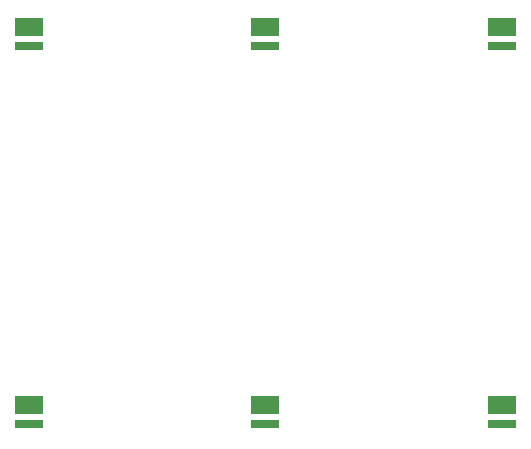
<source format=gtp>
G04*
G04 #@! TF.GenerationSoftware,Altium Limited,Altium Designer,22.1.2 (22)*
G04*
G04 Layer_Color=8421504*
%FSLAX25Y25*%
%MOIN*%
G70*
G04*
G04 #@! TF.SameCoordinates,94212916-5215-4C0A-BD21-050921E15A7C*
G04*
G04*
G04 #@! TF.FilePolarity,Positive*
G04*
G01*
G75*
G04:AMPARAMS|DCode=12|XSize=62.99mil|YSize=94.49mil|CornerRadius=3.15mil|HoleSize=0mil|Usage=FLASHONLY|Rotation=270.000|XOffset=0mil|YOffset=0mil|HoleType=Round|Shape=RoundedRectangle|*
%AMROUNDEDRECTD12*
21,1,0.06299,0.08819,0,0,270.0*
21,1,0.05669,0.09449,0,0,270.0*
1,1,0.00630,-0.04409,-0.02835*
1,1,0.00630,-0.04409,0.02835*
1,1,0.00630,0.04409,0.02835*
1,1,0.00630,0.04409,-0.02835*
%
%ADD12ROUNDEDRECTD12*%
G04:AMPARAMS|DCode=13|XSize=23.62mil|YSize=94.49mil|CornerRadius=1.18mil|HoleSize=0mil|Usage=FLASHONLY|Rotation=270.000|XOffset=0mil|YOffset=0mil|HoleType=Round|Shape=RoundedRectangle|*
%AMROUNDEDRECTD13*
21,1,0.02362,0.09213,0,0,270.0*
21,1,0.02126,0.09449,0,0,270.0*
1,1,0.00236,-0.04606,-0.01063*
1,1,0.00236,-0.04606,0.01063*
1,1,0.00236,0.04606,0.01063*
1,1,0.00236,0.04606,-0.01063*
%
%ADD13ROUNDEDRECTD13*%
D12*
X196850Y39370D02*
D03*
Y165354D02*
D03*
X118110Y39370D02*
D03*
Y165354D02*
D03*
X39370Y39370D02*
D03*
Y165354D02*
D03*
D13*
X196850Y32992D02*
D03*
Y158976D02*
D03*
X118110Y32992D02*
D03*
Y158976D02*
D03*
X39370Y32992D02*
D03*
Y158976D02*
D03*
M02*

</source>
